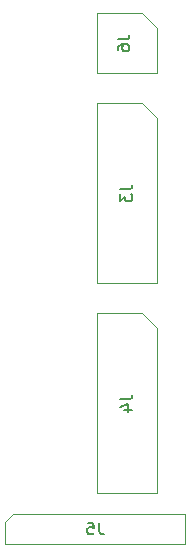
<source format=gbr>
G04 #@! TF.GenerationSoftware,KiCad,Pcbnew,(5.1.9)-1*
G04 #@! TF.CreationDate,2022-07-29T09:29:54-06:00*
G04 #@! TF.ProjectId,ABSIS_ALE,41425349-535f-4414-9c45-2e6b69636164,1*
G04 #@! TF.SameCoordinates,Original*
G04 #@! TF.FileFunction,Other,Fab,Bot*
%FSLAX46Y46*%
G04 Gerber Fmt 4.6, Leading zero omitted, Abs format (unit mm)*
G04 Created by KiCad (PCBNEW (5.1.9)-1) date 2022-07-29 09:29:54*
%MOMM*%
%LPD*%
G01*
G04 APERTURE LIST*
%ADD10C,0.100000*%
%ADD11C,0.150000*%
G04 APERTURE END LIST*
D10*
X149580000Y-68410000D02*
X148310000Y-67140000D01*
X149580000Y-72220000D02*
X149580000Y-68410000D01*
X144500000Y-72220000D02*
X149580000Y-72220000D01*
X144500000Y-67140000D02*
X144500000Y-72220000D01*
X148310000Y-67140000D02*
X144500000Y-67140000D01*
X136740000Y-110175000D02*
X136740000Y-112080000D01*
X136740000Y-112080000D02*
X151980000Y-112080000D01*
X151980000Y-112080000D02*
X151980000Y-109540000D01*
X151980000Y-109540000D02*
X137375000Y-109540000D01*
X137375000Y-109540000D02*
X136740000Y-110175000D01*
X148310000Y-92540000D02*
X144500000Y-92540000D01*
X144500000Y-92540000D02*
X144500000Y-107780000D01*
X144500000Y-107780000D02*
X149580000Y-107780000D01*
X149580000Y-107780000D02*
X149580000Y-93810000D01*
X149580000Y-93810000D02*
X148310000Y-92540000D01*
X148310000Y-74760000D02*
X144500000Y-74760000D01*
X144500000Y-74760000D02*
X144500000Y-90000000D01*
X144500000Y-90000000D02*
X149580000Y-90000000D01*
X149580000Y-90000000D02*
X149580000Y-76030000D01*
X149580000Y-76030000D02*
X148310000Y-74760000D01*
D11*
X146262380Y-69346666D02*
X146976666Y-69346666D01*
X147119523Y-69299047D01*
X147214761Y-69203809D01*
X147262380Y-69060952D01*
X147262380Y-68965714D01*
X146262380Y-70251428D02*
X146262380Y-70060952D01*
X146310000Y-69965714D01*
X146357619Y-69918095D01*
X146500476Y-69822857D01*
X146690952Y-69775238D01*
X147071904Y-69775238D01*
X147167142Y-69822857D01*
X147214761Y-69870476D01*
X147262380Y-69965714D01*
X147262380Y-70156190D01*
X147214761Y-70251428D01*
X147167142Y-70299047D01*
X147071904Y-70346666D01*
X146833809Y-70346666D01*
X146738571Y-70299047D01*
X146690952Y-70251428D01*
X146643333Y-70156190D01*
X146643333Y-69965714D01*
X146690952Y-69870476D01*
X146738571Y-69822857D01*
X146833809Y-69775238D01*
X144693333Y-110262380D02*
X144693333Y-110976666D01*
X144740952Y-111119523D01*
X144836190Y-111214761D01*
X144979047Y-111262380D01*
X145074285Y-111262380D01*
X143740952Y-110262380D02*
X144217142Y-110262380D01*
X144264761Y-110738571D01*
X144217142Y-110690952D01*
X144121904Y-110643333D01*
X143883809Y-110643333D01*
X143788571Y-110690952D01*
X143740952Y-110738571D01*
X143693333Y-110833809D01*
X143693333Y-111071904D01*
X143740952Y-111167142D01*
X143788571Y-111214761D01*
X143883809Y-111262380D01*
X144121904Y-111262380D01*
X144217142Y-111214761D01*
X144264761Y-111167142D01*
X146492380Y-99826666D02*
X147206666Y-99826666D01*
X147349523Y-99779047D01*
X147444761Y-99683809D01*
X147492380Y-99540952D01*
X147492380Y-99445714D01*
X146825714Y-100731428D02*
X147492380Y-100731428D01*
X146444761Y-100493333D02*
X147159047Y-100255238D01*
X147159047Y-100874285D01*
X146492380Y-82046666D02*
X147206666Y-82046666D01*
X147349523Y-81999047D01*
X147444761Y-81903809D01*
X147492380Y-81760952D01*
X147492380Y-81665714D01*
X146492380Y-82427619D02*
X146492380Y-83046666D01*
X146873333Y-82713333D01*
X146873333Y-82856190D01*
X146920952Y-82951428D01*
X146968571Y-82999047D01*
X147063809Y-83046666D01*
X147301904Y-83046666D01*
X147397142Y-82999047D01*
X147444761Y-82951428D01*
X147492380Y-82856190D01*
X147492380Y-82570476D01*
X147444761Y-82475238D01*
X147397142Y-82427619D01*
M02*

</source>
